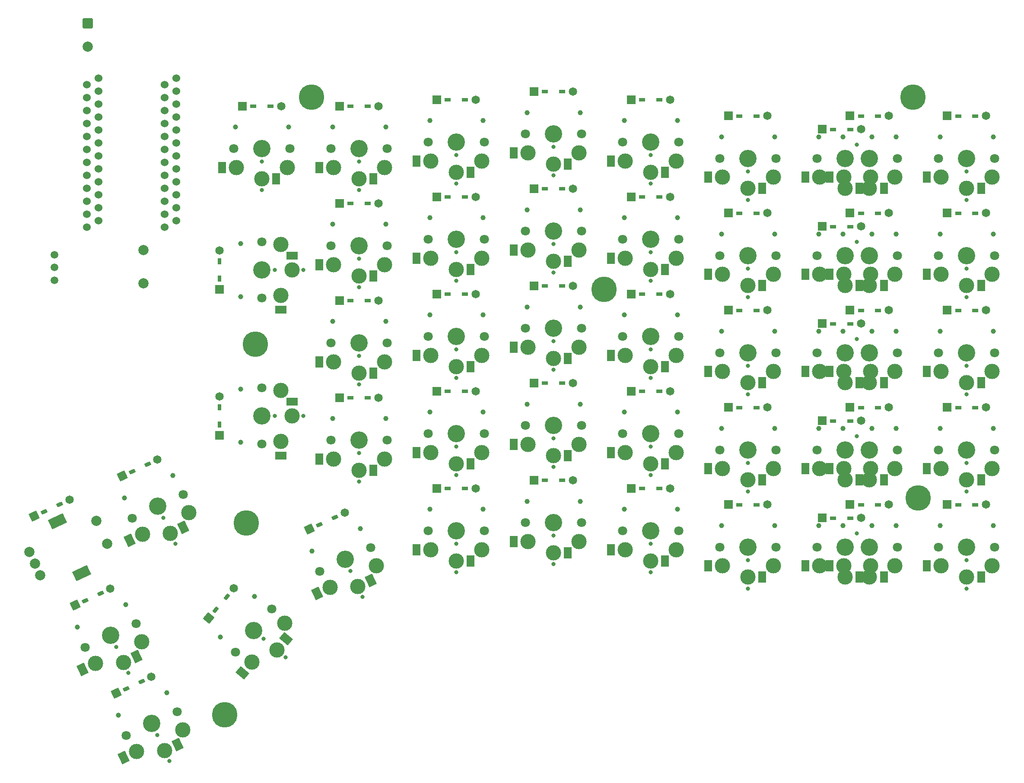
<source format=gbs>
%TF.GenerationSoftware,KiCad,Pcbnew,8.0.3*%
%TF.CreationDate,2024-08-06T23:13:01+08:00*%
%TF.ProjectId,ErgoDOX,4572676f-444f-4582-9e6b-696361645f70,rev?*%
%TF.SameCoordinates,Original*%
%TF.FileFunction,Soldermask,Bot*%
%TF.FilePolarity,Negative*%
%FSLAX46Y46*%
G04 Gerber Fmt 4.6, Leading zero omitted, Abs format (unit mm)*
G04 Created by KiCad (PCBNEW 8.0.3) date 2024-08-06 23:13:01*
%MOMM*%
%LPD*%
G01*
G04 APERTURE LIST*
G04 Aperture macros list*
%AMRoundRect*
0 Rectangle with rounded corners*
0 $1 Rounding radius*
0 $2 $3 $4 $5 $6 $7 $8 $9 X,Y pos of 4 corners*
0 Add a 4 corners polygon primitive as box body*
4,1,4,$2,$3,$4,$5,$6,$7,$8,$9,$2,$3,0*
0 Add four circle primitives for the rounded corners*
1,1,$1+$1,$2,$3*
1,1,$1+$1,$4,$5*
1,1,$1+$1,$6,$7*
1,1,$1+$1,$8,$9*
0 Add four rect primitives between the rounded corners*
20,1,$1+$1,$2,$3,$4,$5,0*
20,1,$1+$1,$4,$5,$6,$7,0*
20,1,$1+$1,$6,$7,$8,$9,0*
20,1,$1+$1,$8,$9,$2,$3,0*%
%AMRotRect*
0 Rectangle, with rotation*
0 The origin of the aperture is its center*
0 $1 length*
0 $2 width*
0 $3 Rotation angle, in degrees counterclockwise*
0 Add horizontal line*
21,1,$1,$2,0,0,$3*%
G04 Aperture macros list end*
%ADD10C,3.000000*%
%ADD11C,1.800000*%
%ADD12C,3.400000*%
%ADD13C,1.000000*%
%ADD14R,1.600000X2.200000*%
%ADD15C,0.800000*%
%ADD16C,1.651000*%
%ADD17RoundRect,0.051100X0.553900X0.313900X-0.553900X0.313900X-0.553900X-0.313900X0.553900X-0.313900X0*%
%ADD18R,1.651000X1.651000*%
%ADD19R,2.200000X1.600000*%
%ADD20RoundRect,0.051100X-0.313900X0.553900X-0.313900X-0.553900X0.313900X-0.553900X0.313900X0.553900X0*%
%ADD21RotRect,1.600000X2.200000X205.000000*%
%ADD22RoundRect,0.051100X0.369344X0.518578X-0.634664X0.050402X-0.369344X-0.518578X0.634664X-0.050402X0*%
%ADD23RotRect,1.651000X1.651000X205.000000*%
%ADD24RotRect,1.600000X2.200000X230.000000*%
%ADD25RoundRect,0.051100X0.115579X0.626083X-0.596501X-0.222541X-0.115579X-0.626083X0.596501X0.222541X0*%
%ADD26RotRect,1.651000X1.651000X230.000000*%
%ADD27C,2.000000*%
%ADD28RotRect,3.200000X2.000000X25.000000*%
%ADD29C,5.000000*%
%ADD30C,1.524000*%
%ADD31RoundRect,0.250000X-0.750000X0.750000X-0.750000X-0.750000X0.750000X-0.750000X0.750000X0.750000X0*%
%ADD32C,1.500000*%
G04 APERTURE END LIST*
D10*
%TO.C,SW1:13*%
X186690500Y-149102660D03*
D11*
X192190500Y-143202660D03*
X196952500Y-143202660D03*
D10*
X191452500Y-149102660D03*
D12*
X191452500Y-143202660D03*
D13*
X186232500Y-139002660D03*
X181470500Y-139002660D03*
D10*
X196452500Y-146902660D03*
D11*
X181190500Y-143202660D03*
D10*
X191690500Y-146902660D03*
D13*
X196672500Y-139002660D03*
X191910500Y-139002660D03*
D10*
X181690500Y-146902660D03*
D11*
X185952500Y-143202660D03*
D10*
X186452500Y-146902660D03*
D12*
X186690500Y-143202660D03*
D14*
X178890500Y-146902660D03*
X183652500Y-146902660D03*
D15*
X188982500Y-140532660D03*
D14*
X194252500Y-149102660D03*
D15*
X189152500Y-149152660D03*
D14*
X189490500Y-149102660D03*
D16*
X189812500Y-137502660D03*
D17*
X193132500Y-134908660D03*
X187682500Y-137539860D03*
D16*
X195262500Y-134871460D03*
D18*
X182192500Y-137502660D03*
D17*
X184322500Y-137539860D03*
D18*
X187642500Y-134871460D03*
D17*
X189772500Y-134908660D03*
%TD*%
D10*
%TO.C,SW1:10*%
X129540000Y-144330000D03*
D11*
X124040000Y-138430000D03*
D12*
X129540000Y-138430000D03*
D11*
X135040000Y-138430000D03*
D10*
X124540000Y-142130000D03*
D13*
X134760000Y-134230000D03*
X124320000Y-134230000D03*
D10*
X134540000Y-142130000D03*
D14*
X121740000Y-142130000D03*
D15*
X129540000Y-140970000D03*
X129540000Y-146558000D03*
D14*
X132340000Y-144330000D03*
D17*
X131220000Y-130136000D03*
D16*
X133350000Y-130098800D03*
D18*
X125730000Y-130098800D03*
D17*
X127860000Y-130136000D03*
%TD*%
D12*
%TO.C,SW1:9*%
X110490000Y-140027660D03*
D11*
X115990000Y-140027660D03*
D13*
X105270000Y-135827660D03*
D10*
X105490000Y-143727660D03*
D11*
X104990000Y-140027660D03*
D13*
X115710000Y-135827660D03*
D10*
X110490000Y-145927660D03*
X115490000Y-143727660D03*
D15*
X110490000Y-142567660D03*
D14*
X102690000Y-143727660D03*
X113290000Y-145927660D03*
D15*
X110490000Y-148155660D03*
D16*
X114300000Y-131696460D03*
D17*
X112170000Y-131733660D03*
D18*
X106680000Y-131696460D03*
D17*
X108810000Y-131733660D03*
%TD*%
D10*
%TO.C,SW2:13*%
X181690500Y-127852660D03*
X196452500Y-127852660D03*
D13*
X191910500Y-119952660D03*
D11*
X196952500Y-124152660D03*
X185952500Y-124152660D03*
D12*
X191452500Y-124152660D03*
D13*
X181470500Y-119952660D03*
D12*
X186690500Y-124152660D03*
D10*
X186690500Y-130052660D03*
D11*
X181190500Y-124152660D03*
D13*
X186232500Y-119952660D03*
D10*
X186452500Y-127852660D03*
D13*
X196672500Y-119952660D03*
D10*
X191452500Y-130052660D03*
D11*
X192190500Y-124152660D03*
D10*
X191690500Y-127852660D03*
D14*
X183652500Y-127852660D03*
X178890500Y-127852660D03*
D15*
X188982500Y-121482660D03*
D14*
X189490500Y-130052660D03*
D15*
X189152500Y-130102660D03*
D14*
X194252500Y-130052660D03*
D17*
X193132500Y-115858660D03*
D16*
X195262500Y-115821460D03*
X189812500Y-118452660D03*
D17*
X187682500Y-118489860D03*
X184322500Y-118489860D03*
D18*
X182192500Y-118452660D03*
D17*
X189772500Y-115858660D03*
D18*
X187642500Y-115821460D03*
%TD*%
D13*
%TO.C,SW2:10*%
X134760000Y-115180000D03*
X124320000Y-115180000D03*
D12*
X129540000Y-119380000D03*
D11*
X124040000Y-119380000D03*
D10*
X124540000Y-123080000D03*
X134540000Y-123080000D03*
D11*
X135040000Y-119380000D03*
D10*
X129540000Y-125280000D03*
D15*
X129540000Y-121920000D03*
D14*
X121740000Y-123080000D03*
D15*
X129540000Y-127508000D03*
D14*
X132340000Y-125280000D03*
D16*
X133350000Y-111048800D03*
D17*
X131220000Y-111086000D03*
X127860000Y-111086000D03*
D18*
X125730000Y-111048800D03*
%TD*%
D11*
%TO.C,SW2:9*%
X104990000Y-120977660D03*
D13*
X105270000Y-116777660D03*
D10*
X115490000Y-124677660D03*
X105490000Y-124677660D03*
D13*
X115710000Y-116777660D03*
D10*
X110490000Y-126877660D03*
D11*
X115990000Y-120977660D03*
D12*
X110490000Y-120977660D03*
D15*
X110490000Y-123517660D03*
D14*
X102690000Y-124677660D03*
X113290000Y-126877660D03*
D15*
X110490000Y-129105660D03*
D17*
X112170000Y-112683660D03*
D16*
X114300000Y-112646460D03*
D17*
X108810000Y-112683660D03*
D18*
X106680000Y-112646460D03*
%TD*%
D13*
%TO.C,SW2:7*%
X68190000Y-112265160D03*
X68190000Y-122705160D03*
D10*
X76090000Y-112485160D03*
X76090000Y-122485160D03*
X78290000Y-117485160D03*
D12*
X72390000Y-117485160D03*
D11*
X72390000Y-111985160D03*
X72390000Y-122985160D03*
D15*
X74930000Y-117485160D03*
D19*
X76090000Y-125285160D03*
X78290000Y-114685160D03*
D15*
X80518000Y-117485160D03*
D16*
X64058800Y-113675160D03*
D20*
X64096000Y-115805160D03*
D18*
X64058800Y-121295160D03*
D20*
X64096000Y-119165160D03*
%TD*%
D10*
%TO.C,SW3:13*%
X191452500Y-111002660D03*
D11*
X196952500Y-105102660D03*
X192190500Y-105102660D03*
X185952500Y-105102660D03*
D10*
X186690500Y-111002660D03*
D12*
X186690500Y-105102660D03*
D13*
X191910500Y-100902660D03*
X181470500Y-100902660D03*
D10*
X191690500Y-108802660D03*
X186452500Y-108802660D03*
D12*
X191452500Y-105102660D03*
D10*
X181690500Y-108802660D03*
D11*
X181190500Y-105102660D03*
D13*
X196672500Y-100902660D03*
D10*
X196452500Y-108802660D03*
D13*
X186232500Y-100902660D03*
D14*
X183652500Y-108802660D03*
X178890500Y-108802660D03*
D15*
X188982500Y-102432660D03*
X189152500Y-111052660D03*
D14*
X189490500Y-111002660D03*
X194252500Y-111002660D03*
D17*
X193132500Y-96808660D03*
D16*
X195262500Y-96771460D03*
D17*
X187682500Y-99439860D03*
D16*
X189812500Y-99402660D03*
D17*
X189772500Y-96808660D03*
D18*
X187642500Y-96771460D03*
D17*
X184322500Y-99439860D03*
D18*
X182192500Y-99402660D03*
%TD*%
D10*
%TO.C,SW3:11*%
X148590000Y-107827660D03*
D11*
X143090000Y-101927660D03*
D10*
X143590000Y-105627660D03*
D13*
X143370000Y-97727660D03*
D11*
X154090000Y-101927660D03*
D13*
X153810000Y-97727660D03*
D10*
X153590000Y-105627660D03*
D12*
X148590000Y-101927660D03*
D14*
X140790000Y-105627660D03*
D15*
X148590000Y-104467660D03*
X148590000Y-110055660D03*
D14*
X151390000Y-107827660D03*
D17*
X150270000Y-93633660D03*
D16*
X152400000Y-93596460D03*
D17*
X146910000Y-93633660D03*
D18*
X144780000Y-93596460D03*
%TD*%
D11*
%TO.C,SW3:10*%
X124040000Y-100330000D03*
D10*
X134540000Y-104030000D03*
D12*
X129540000Y-100330000D03*
D13*
X124320000Y-96130000D03*
D10*
X129540000Y-106230000D03*
D11*
X135040000Y-100330000D03*
D10*
X124540000Y-104030000D03*
D13*
X134760000Y-96130000D03*
D15*
X129540000Y-102870000D03*
D14*
X121740000Y-104030000D03*
X132340000Y-106230000D03*
D15*
X129540000Y-108458000D03*
D17*
X131220000Y-92036000D03*
D16*
X133350000Y-91998800D03*
D18*
X125730000Y-91998800D03*
D17*
X127860000Y-92036000D03*
%TD*%
D10*
%TO.C,SW3:9*%
X110490000Y-107827660D03*
X105490000Y-105627660D03*
D13*
X115710000Y-97727660D03*
D11*
X115990000Y-101927660D03*
D13*
X105270000Y-97727660D03*
D12*
X110490000Y-101927660D03*
D10*
X115490000Y-105627660D03*
D11*
X104990000Y-101927660D03*
D15*
X110490000Y-104467660D03*
D14*
X102690000Y-105627660D03*
D15*
X110490000Y-110055660D03*
D14*
X113290000Y-107827660D03*
D16*
X114300000Y-93596460D03*
D17*
X112170000Y-93633660D03*
X108810000Y-93633660D03*
D18*
X106680000Y-93596460D03*
%TD*%
D10*
%TO.C,SW3:8*%
X91440000Y-109097660D03*
D11*
X96940000Y-103197660D03*
D10*
X86440000Y-106897660D03*
D13*
X96660000Y-98997660D03*
D11*
X85940000Y-103197660D03*
D10*
X96440000Y-106897660D03*
D13*
X86220000Y-98997660D03*
D12*
X91440000Y-103197660D03*
D14*
X83640000Y-106897660D03*
D15*
X91440000Y-105737660D03*
D14*
X94240000Y-109097660D03*
D15*
X91440000Y-111325660D03*
D16*
X95250000Y-94866460D03*
D17*
X93120000Y-94903660D03*
X89760000Y-94903660D03*
D18*
X87630000Y-94866460D03*
%TD*%
D11*
%TO.C,SW4:13*%
X196952500Y-86052660D03*
D13*
X186232500Y-81852660D03*
D10*
X191452500Y-91952660D03*
X196452500Y-89752660D03*
D13*
X191910500Y-81852660D03*
D10*
X186452500Y-89752660D03*
D13*
X181470500Y-81852660D03*
D10*
X186690500Y-91952660D03*
D11*
X185952500Y-86052660D03*
D10*
X181690500Y-89752660D03*
D13*
X196672500Y-81852660D03*
D10*
X191690500Y-89752660D03*
D11*
X181190500Y-86052660D03*
D12*
X191452500Y-86052660D03*
D11*
X192190500Y-86052660D03*
D12*
X186690500Y-86052660D03*
D15*
X188982500Y-83382660D03*
D14*
X183652500Y-89752660D03*
X178890500Y-89752660D03*
X194252500Y-91952660D03*
X189490500Y-91952660D03*
D15*
X189152500Y-92002660D03*
D16*
X189812500Y-80352660D03*
X195262500Y-77721460D03*
D17*
X187682500Y-80389860D03*
X193132500Y-77758660D03*
D18*
X187642500Y-77721460D03*
X182192500Y-80352660D03*
D17*
X184322500Y-80389860D03*
X189772500Y-77758660D03*
%TD*%
D13*
%TO.C,SW4:12*%
X162420000Y-81852660D03*
X172860000Y-81852660D03*
D12*
X167640000Y-86052660D03*
D10*
X167640000Y-91952660D03*
X172640000Y-89752660D03*
D11*
X173140000Y-86052660D03*
X162140000Y-86052660D03*
D10*
X162640000Y-89752660D03*
D14*
X159840000Y-89752660D03*
D15*
X167640000Y-88592660D03*
D14*
X170440000Y-91952660D03*
D15*
X167640000Y-94180660D03*
D17*
X169320000Y-77758660D03*
D16*
X171450000Y-77721460D03*
D18*
X163830000Y-77721460D03*
D17*
X165960000Y-77758660D03*
%TD*%
D10*
%TO.C,SW4:11*%
X143590000Y-86577660D03*
D13*
X153810000Y-78677660D03*
D10*
X153590000Y-86577660D03*
D11*
X154090000Y-82877660D03*
D10*
X148590000Y-88777660D03*
D13*
X143370000Y-78677660D03*
D11*
X143090000Y-82877660D03*
D12*
X148590000Y-82877660D03*
D14*
X140790000Y-86577660D03*
D15*
X148590000Y-85417660D03*
X148590000Y-91005660D03*
D14*
X151390000Y-88777660D03*
D17*
X150270000Y-74583660D03*
D16*
X152400000Y-74546460D03*
D18*
X144780000Y-74546460D03*
D17*
X146910000Y-74583660D03*
%TD*%
D10*
%TO.C,SW4:10*%
X129540000Y-87180000D03*
D11*
X124040000Y-81280000D03*
D12*
X129540000Y-81280000D03*
D11*
X135040000Y-81280000D03*
D13*
X134760000Y-77080000D03*
D10*
X124540000Y-84980000D03*
X134540000Y-84980000D03*
D13*
X124320000Y-77080000D03*
D15*
X129540000Y-83820000D03*
D14*
X121740000Y-84980000D03*
D15*
X129540000Y-89408000D03*
D14*
X132340000Y-87180000D03*
D17*
X131220000Y-72986000D03*
D16*
X133350000Y-72948800D03*
D17*
X127860000Y-72986000D03*
D18*
X125730000Y-72948800D03*
%TD*%
D13*
%TO.C,SW4:9*%
X105270000Y-78677660D03*
D11*
X104990000Y-82877660D03*
D13*
X115710000Y-78677660D03*
D11*
X115990000Y-82877660D03*
D10*
X115490000Y-86577660D03*
D12*
X110490000Y-82877660D03*
D10*
X110490000Y-88777660D03*
X105490000Y-86577660D03*
D15*
X110490000Y-85417660D03*
D14*
X102690000Y-86577660D03*
D15*
X110490000Y-91005660D03*
D14*
X113290000Y-88777660D03*
D17*
X112170000Y-74583660D03*
D16*
X114300000Y-74546460D03*
D17*
X108810000Y-74583660D03*
D18*
X106680000Y-74546460D03*
%TD*%
D13*
%TO.C,SW4:8*%
X96660000Y-79947660D03*
D10*
X86440000Y-87847660D03*
D11*
X85940000Y-84147660D03*
D13*
X86220000Y-79947660D03*
D10*
X91440000Y-90047660D03*
D11*
X96940000Y-84147660D03*
D10*
X96440000Y-87847660D03*
D12*
X91440000Y-84147660D03*
D14*
X83640000Y-87847660D03*
D15*
X91440000Y-86687660D03*
X91440000Y-92275660D03*
D14*
X94240000Y-90047660D03*
D17*
X93120000Y-75853660D03*
D16*
X95250000Y-75816460D03*
D17*
X89760000Y-75853660D03*
D18*
X87630000Y-75816460D03*
%TD*%
D11*
%TO.C,SW4:7*%
X72390000Y-94410160D03*
D13*
X68190000Y-83690160D03*
D10*
X76090000Y-93910160D03*
X78290000Y-88910160D03*
D12*
X72390000Y-88910160D03*
D11*
X72390000Y-83410160D03*
D13*
X68190000Y-94130160D03*
D10*
X76090000Y-83910160D03*
D15*
X74930000Y-88910160D03*
D19*
X76090000Y-96710160D03*
D15*
X80518000Y-88910160D03*
D19*
X78290000Y-86110160D03*
D16*
X64058800Y-85100160D03*
D20*
X64096000Y-87230160D03*
X64096000Y-90590160D03*
D18*
X64058800Y-92720160D03*
%TD*%
D12*
%TO.C,SW0:10*%
X88691000Y-145628000D03*
D13*
X82185077Y-144027575D03*
D10*
X94786227Y-146868248D03*
X85723149Y-151094430D03*
X91184448Y-150975216D03*
D11*
X83706307Y-147952400D03*
D13*
X91646930Y-139615440D03*
D11*
X93675693Y-143303600D03*
D21*
X83185487Y-152277761D03*
D15*
X89764450Y-147930022D03*
D21*
X93722110Y-149791885D03*
D15*
X92126041Y-152994470D03*
D22*
X86708401Y-137401085D03*
D16*
X88623115Y-136467193D03*
D23*
X81717050Y-139687544D03*
D22*
X83663207Y-138821082D03*
%TD*%
D10*
%TO.C,SW0:12*%
X47832149Y-183266430D03*
X56895227Y-179040248D03*
D13*
X53755930Y-171787440D03*
D12*
X50800000Y-177800000D03*
D13*
X44294077Y-176199575D03*
D11*
X55784693Y-175475600D03*
D10*
X53293448Y-183147216D03*
D11*
X45815307Y-180124400D03*
D21*
X45294487Y-184449761D03*
D15*
X51873450Y-180102022D03*
X54235041Y-185166470D03*
D21*
X55831110Y-181963885D03*
D22*
X48817401Y-169573085D03*
D16*
X50732115Y-168639193D03*
D23*
X43826050Y-171859544D03*
D22*
X45772207Y-170993082D03*
%TD*%
D10*
%TO.C,SW0:11*%
X76828302Y-158113092D03*
X70400426Y-165773536D03*
D11*
X67244668Y-163778244D03*
D10*
X75299662Y-163357447D03*
D12*
X70780000Y-159565000D03*
D11*
X74315332Y-155351756D03*
D13*
X64207262Y-160864044D03*
X70917965Y-152866540D03*
D24*
X68600621Y-167918461D03*
D15*
X72725753Y-161197681D03*
D24*
X77099468Y-161212522D03*
D15*
X77006409Y-164789578D03*
D16*
X66846951Y-151291179D03*
D25*
X65506311Y-152946765D03*
D26*
X61948910Y-157128437D03*
D25*
X63346544Y-155520674D03*
%TD*%
D10*
%TO.C,SW0:9*%
X45241648Y-165880296D03*
D11*
X37763507Y-162857480D03*
D10*
X39780349Y-165999510D03*
X48843427Y-161773328D03*
D13*
X45704130Y-154520520D03*
X36242277Y-158932655D03*
D12*
X42748200Y-160533080D03*
D11*
X47732893Y-158208680D03*
D15*
X43821650Y-162835102D03*
D21*
X37242687Y-167182841D03*
X47779310Y-164696965D03*
D15*
X46183241Y-167899550D03*
D22*
X40765601Y-152306165D03*
D16*
X42680315Y-151372273D03*
D22*
X37720407Y-153726162D03*
D23*
X35774250Y-154592624D03*
%TD*%
D27*
%TO.C,SW0:7*%
X26845086Y-144172567D03*
X28958177Y-148704106D03*
X27901632Y-146438337D03*
D28*
X32332278Y-138193376D03*
X37065602Y-148344024D03*
D27*
X42099640Y-142576142D03*
X39986549Y-138044603D03*
%TD*%
D13*
%TO.C,SW1:11*%
X153810000Y-135827660D03*
D10*
X143590000Y-143727660D03*
X153590000Y-143727660D03*
D12*
X148590000Y-140027660D03*
D13*
X143370000Y-135827660D03*
D11*
X143090000Y-140027660D03*
X154090000Y-140027660D03*
D10*
X148590000Y-145927660D03*
D14*
X140790000Y-143727660D03*
D15*
X148590000Y-142567660D03*
D14*
X151390000Y-145927660D03*
D15*
X148590000Y-148155660D03*
D16*
X152400000Y-131696460D03*
D17*
X150270000Y-131733660D03*
D18*
X144780000Y-131696460D03*
D17*
X146910000Y-131733660D03*
%TD*%
D11*
%TO.C,SW0:8*%
X46978627Y-137543840D03*
D13*
X45457397Y-133619015D03*
D10*
X58058547Y-136459688D03*
D12*
X51963320Y-135219440D03*
D10*
X54456768Y-140566656D03*
X48995469Y-140685870D03*
D13*
X54919250Y-129206880D03*
D11*
X56948013Y-132895040D03*
D21*
X46457807Y-141869201D03*
D15*
X53036770Y-137521462D03*
D21*
X56994430Y-139383325D03*
D15*
X55398361Y-142585910D03*
D22*
X49980721Y-126992525D03*
D16*
X51895435Y-126058633D03*
D22*
X46935527Y-128412522D03*
D23*
X44989370Y-129278984D03*
%TD*%
D10*
%TO.C,SW5:13*%
X181690500Y-70705200D03*
D11*
X185952500Y-67005200D03*
X196952500Y-67005200D03*
D13*
X181470500Y-62805200D03*
D12*
X191452500Y-67005200D03*
D11*
X181190500Y-67005200D03*
D13*
X196672500Y-62805200D03*
D12*
X186690500Y-67005200D03*
D13*
X186232500Y-62805200D03*
X191910500Y-62805200D03*
D11*
X192190500Y-67005200D03*
D10*
X191690500Y-70705200D03*
X191452500Y-72905200D03*
X186452500Y-70705200D03*
X196452500Y-70705200D03*
X186690500Y-72905200D03*
D14*
X183652500Y-70705200D03*
D15*
X188982500Y-64335200D03*
D14*
X178890500Y-70705200D03*
X194252500Y-72905200D03*
D15*
X189152500Y-72955200D03*
D14*
X189490500Y-72905200D03*
D16*
X195262500Y-58674000D03*
X189812500Y-61305200D03*
D17*
X193132500Y-58711200D03*
X187682500Y-61342400D03*
X184322500Y-61342400D03*
D18*
X187642500Y-58674000D03*
X182192500Y-61305200D03*
D17*
X189772500Y-58711200D03*
%TD*%
D10*
%TO.C,SW5:9*%
X105490000Y-67527660D03*
D11*
X104990000Y-63827660D03*
D13*
X115710000Y-59627660D03*
D12*
X110490000Y-63827660D03*
D13*
X105270000Y-59627660D03*
D10*
X115490000Y-67527660D03*
D11*
X115990000Y-63827660D03*
D10*
X110490000Y-69727660D03*
D15*
X110490000Y-66367660D03*
D14*
X102690000Y-67527660D03*
D15*
X110490000Y-71955660D03*
D14*
X113290000Y-69727660D03*
D17*
X112170000Y-55533660D03*
D16*
X114300000Y-55496460D03*
D17*
X108810000Y-55533660D03*
D18*
X106680000Y-55496460D03*
%TD*%
D13*
%TO.C,SW5:10*%
X134760000Y-58030000D03*
D12*
X129540000Y-62230000D03*
D13*
X124320000Y-58030000D03*
D10*
X124540000Y-65930000D03*
D11*
X135040000Y-62230000D03*
D10*
X134540000Y-65930000D03*
D11*
X124040000Y-62230000D03*
D10*
X129540000Y-68130000D03*
D15*
X129540000Y-64770000D03*
D14*
X121740000Y-65930000D03*
X132340000Y-68130000D03*
D15*
X129540000Y-70358000D03*
D16*
X133350000Y-53898800D03*
D17*
X131220000Y-53936000D03*
D18*
X125730000Y-53898800D03*
D17*
X127860000Y-53936000D03*
%TD*%
D13*
%TO.C,SW5:11*%
X143370000Y-59627660D03*
D10*
X148590000Y-69727660D03*
D11*
X154090000Y-63827660D03*
D12*
X148590000Y-63827660D03*
D11*
X143090000Y-63827660D03*
D13*
X153810000Y-59627660D03*
D10*
X143590000Y-67527660D03*
X153590000Y-67527660D03*
D15*
X148590000Y-66367660D03*
D14*
X140790000Y-67527660D03*
D15*
X148590000Y-71955660D03*
D14*
X151390000Y-69727660D03*
D17*
X150270000Y-55533660D03*
D16*
X152400000Y-55496460D03*
D17*
X146910000Y-55533660D03*
D18*
X144780000Y-55496460D03*
%TD*%
D11*
%TO.C,SW5:12*%
X162140000Y-67005200D03*
D13*
X162420000Y-62805200D03*
D10*
X172640000Y-70705200D03*
D12*
X167640000Y-67005200D03*
D10*
X167640000Y-72905200D03*
D13*
X172860000Y-62805200D03*
D11*
X173140000Y-67005200D03*
D10*
X162640000Y-70705200D03*
D14*
X159840000Y-70705200D03*
D15*
X167640000Y-69545200D03*
D14*
X170440000Y-72905200D03*
D15*
X167640000Y-75133200D03*
D16*
X171450000Y-58674000D03*
D17*
X169320000Y-58711200D03*
X165960000Y-58711200D03*
D18*
X163830000Y-58674000D03*
%TD*%
D11*
%TO.C,SW5:8*%
X96940000Y-65100200D03*
D12*
X91440000Y-65100200D03*
D11*
X85940000Y-65100200D03*
D10*
X96440000Y-68800200D03*
D13*
X96660000Y-60900200D03*
D10*
X86440000Y-68800200D03*
X91440000Y-71000200D03*
D13*
X86220000Y-60900200D03*
D14*
X83640000Y-68800200D03*
D15*
X91440000Y-67640200D03*
D14*
X94240000Y-71000200D03*
D15*
X91440000Y-73228200D03*
D16*
X95250000Y-56769000D03*
D17*
X93120000Y-56806200D03*
D18*
X87630000Y-56769000D03*
D17*
X89760000Y-56806200D03*
%TD*%
D10*
%TO.C,SW5:7*%
X72390000Y-71000200D03*
X77390000Y-68800200D03*
D11*
X77890000Y-65100200D03*
D10*
X67390000Y-68800200D03*
D13*
X67170000Y-60900200D03*
X77610000Y-60900200D03*
D12*
X72390000Y-65100200D03*
D11*
X66890000Y-65100200D03*
D14*
X64590000Y-68800200D03*
D15*
X72390000Y-67640200D03*
D14*
X75190000Y-71000200D03*
D15*
X72390000Y-73228200D03*
D16*
X76200000Y-56769000D03*
D17*
X74070000Y-56806200D03*
X70710000Y-56806200D03*
D18*
X68580000Y-56769000D03*
%TD*%
D12*
%TO.C,SW2:11*%
X148590000Y-120977660D03*
D10*
X143590000Y-124677660D03*
D13*
X143370000Y-116777660D03*
D10*
X148590000Y-126877660D03*
X153590000Y-124677660D03*
D13*
X153810000Y-116777660D03*
D11*
X143090000Y-120977660D03*
X154090000Y-120977660D03*
D15*
X148590000Y-123517660D03*
D14*
X140790000Y-124677660D03*
X151390000Y-126877660D03*
D15*
X148590000Y-129105660D03*
D17*
X150270000Y-112683660D03*
D16*
X152400000Y-112646460D03*
D18*
X144780000Y-112646460D03*
D17*
X146910000Y-112683660D03*
%TD*%
D10*
%TO.C,SW2:8*%
X86440000Y-125947660D03*
D12*
X91440000Y-122247660D03*
D11*
X96940000Y-122247660D03*
D13*
X96660000Y-118047660D03*
X86220000Y-118047660D03*
D10*
X96440000Y-125947660D03*
X91440000Y-128147660D03*
D11*
X85940000Y-122247660D03*
D15*
X91440000Y-124787660D03*
D14*
X83640000Y-125947660D03*
X94240000Y-128147660D03*
D15*
X91440000Y-130375660D03*
D16*
X95250000Y-113916460D03*
D17*
X93120000Y-113953660D03*
X89760000Y-113953660D03*
D18*
X87630000Y-113916460D03*
%TD*%
D10*
%TO.C,SW3:12*%
X167640000Y-111002660D03*
D11*
X162140000Y-105102660D03*
D10*
X162640000Y-108802660D03*
D13*
X172860000Y-100902660D03*
D11*
X173140000Y-105102660D03*
D10*
X172640000Y-108802660D03*
D12*
X167640000Y-105102660D03*
D13*
X162420000Y-100902660D03*
D14*
X159840000Y-108802660D03*
D15*
X167640000Y-107642660D03*
D14*
X170440000Y-111002660D03*
D15*
X167640000Y-113230660D03*
D16*
X171450000Y-96771460D03*
D17*
X169320000Y-96808660D03*
D18*
X163830000Y-96771460D03*
D17*
X165960000Y-96808660D03*
%TD*%
D10*
%TO.C,SW2:12*%
X172640000Y-127852660D03*
D13*
X162420000Y-119952660D03*
D12*
X167640000Y-124152660D03*
D11*
X162140000Y-124152660D03*
D13*
X172860000Y-119952660D03*
D10*
X162640000Y-127852660D03*
X167640000Y-130052660D03*
D11*
X173140000Y-124152660D03*
D15*
X167640000Y-126692660D03*
D14*
X159840000Y-127852660D03*
D15*
X167640000Y-132280660D03*
D14*
X170440000Y-130052660D03*
D17*
X169320000Y-115858660D03*
D16*
X171450000Y-115821460D03*
D18*
X163830000Y-115821460D03*
D17*
X165960000Y-115858660D03*
%TD*%
D13*
%TO.C,SW1:12*%
X172860000Y-139002660D03*
D12*
X167640000Y-143202660D03*
D13*
X162420000Y-139002660D03*
D10*
X162640000Y-146902660D03*
D11*
X173140000Y-143202660D03*
D10*
X172640000Y-146902660D03*
X167640000Y-149102660D03*
D11*
X162140000Y-143202660D03*
D14*
X159840000Y-146902660D03*
D15*
X167640000Y-145742660D03*
D14*
X170440000Y-149102660D03*
D15*
X167640000Y-151330660D03*
D17*
X169320000Y-134908660D03*
D16*
X171450000Y-134871460D03*
D18*
X163830000Y-134871460D03*
D17*
X165960000Y-134908660D03*
%TD*%
D29*
%TO.C,*%
X139471400Y-92684600D03*
%TD*%
D30*
%TO.C,U1*%
X40372900Y-51297000D03*
X53286500Y-52567000D03*
X40372900Y-53837000D03*
X53286500Y-55107000D03*
X53286500Y-57647000D03*
X40372900Y-56377000D03*
X40372900Y-58917000D03*
X53286500Y-60187000D03*
X40372900Y-61457000D03*
X53286500Y-62727000D03*
X40372900Y-63997000D03*
X53286500Y-65267000D03*
X40372900Y-66537000D03*
X53286500Y-67807000D03*
X40372900Y-69077000D03*
X53286500Y-70347000D03*
X53286500Y-72887000D03*
X40372900Y-71617000D03*
X53286500Y-75427000D03*
X40372900Y-74157000D03*
X40372900Y-76697000D03*
X53286500Y-77967000D03*
X53286500Y-80507000D03*
X40372900Y-79237000D03*
X38046500Y-80507000D03*
X55592900Y-79237000D03*
X55592900Y-76697000D03*
X38046500Y-77967000D03*
X38046500Y-75427000D03*
X55592900Y-74157000D03*
X55592900Y-71617000D03*
X38046500Y-72887000D03*
X55592900Y-69077000D03*
X38046500Y-70347000D03*
X55592900Y-66537000D03*
X38046500Y-67807000D03*
X55592900Y-63997000D03*
X38046500Y-65267000D03*
X55592900Y-61457000D03*
X38046500Y-62727000D03*
X38046500Y-60187000D03*
X55592900Y-58917000D03*
X38046500Y-57647000D03*
X55592900Y-56377000D03*
X55592900Y-53837000D03*
X38046500Y-55107000D03*
X38046500Y-52567000D03*
X55592900Y-51297000D03*
%TD*%
D23*
%TO.C,*%
X27774649Y-137160459D03*
%TD*%
D11*
%TO.C,SW11*%
X205002400Y-124150850D03*
D10*
X205502400Y-127850850D03*
D12*
X210502400Y-124150850D03*
D10*
X215502400Y-127850850D03*
X210502400Y-130050850D03*
D13*
X205282400Y-119950850D03*
X215722400Y-119950850D03*
D11*
X216002400Y-124150850D03*
D14*
X202702400Y-127850850D03*
D15*
X210502400Y-126690850D03*
D14*
X213302400Y-130050850D03*
D15*
X210502400Y-132278850D03*
D17*
X212182400Y-115856850D03*
D16*
X214312400Y-115819650D03*
D17*
X208822400Y-115856850D03*
D18*
X206692400Y-115819650D03*
%TD*%
D29*
%TO.C,*%
X65074800Y-176098200D03*
%TD*%
D22*
%TO.C,*%
X29720806Y-136293997D03*
%TD*%
D13*
%TO.C,SW11*%
X205282400Y-81855200D03*
D10*
X215502400Y-89755200D03*
D11*
X216002400Y-86055200D03*
D10*
X210502400Y-91955200D03*
D12*
X210502400Y-86055200D03*
D13*
X215722400Y-81855200D03*
D10*
X205502400Y-89755200D03*
D11*
X205002400Y-86055200D03*
D15*
X210502400Y-88595200D03*
D14*
X202702400Y-89755200D03*
X213302400Y-91955200D03*
D15*
X210502400Y-94183200D03*
D17*
X212182400Y-77761200D03*
D16*
X214312400Y-77724000D03*
D17*
X208822400Y-77761200D03*
D18*
X206692400Y-77724000D03*
%TD*%
D29*
%TO.C,*%
X82150000Y-55000000D03*
%TD*%
D31*
%TO.C,BATTERY*%
X38280000Y-40570000D03*
D27*
X38280000Y-45070000D03*
%TD*%
D29*
%TO.C,*%
X71110000Y-103420000D03*
%TD*%
%TO.C,*%
X200990000Y-133590000D03*
%TD*%
D22*
%TO.C,*%
X32766000Y-134874000D03*
%TD*%
D10*
%TO.C,SW11*%
X210502400Y-72905200D03*
D11*
X205002400Y-67005200D03*
D13*
X205282400Y-62805200D03*
D10*
X215502400Y-70705200D03*
D13*
X215722400Y-62805200D03*
D11*
X216002400Y-67005200D03*
D10*
X205502400Y-70705200D03*
D12*
X210502400Y-67005200D03*
D15*
X210502400Y-69545200D03*
D14*
X202702400Y-70705200D03*
D15*
X210502400Y-75133200D03*
D14*
X213302400Y-72905200D03*
D17*
X212182400Y-58711200D03*
D16*
X214312400Y-58674000D03*
D17*
X208822400Y-58711200D03*
D18*
X206692400Y-58674000D03*
%TD*%
D12*
%TO.C,SW11*%
X210502400Y-143210850D03*
D13*
X215722400Y-139010850D03*
D11*
X205002400Y-143210850D03*
X216002400Y-143210850D03*
D10*
X215502400Y-146910850D03*
X205502400Y-146910850D03*
X210502400Y-149110850D03*
D13*
X205282400Y-139010850D03*
D15*
X210502400Y-145750850D03*
D14*
X202702400Y-146910850D03*
D15*
X210502400Y-151338850D03*
D14*
X213302400Y-149110850D03*
D17*
X212182400Y-134916850D03*
D16*
X214312400Y-134879650D03*
D17*
X208822400Y-134916850D03*
D18*
X206692400Y-134879650D03*
%TD*%
D16*
%TO.C,*%
X34680714Y-133940108D03*
%TD*%
D32*
%TO.C,BSW1*%
X31762000Y-90897000D03*
X31762000Y-88397000D03*
X31762000Y-85897000D03*
%TD*%
D11*
%TO.C,SW11*%
X205002400Y-105100850D03*
D12*
X210502400Y-105100850D03*
D11*
X216002400Y-105100850D03*
D13*
X205282400Y-100900850D03*
D10*
X210502400Y-111000850D03*
D13*
X215722400Y-100900850D03*
D10*
X215502400Y-108800850D03*
X205502400Y-108800850D03*
D15*
X210502400Y-107640850D03*
D14*
X202702400Y-108800850D03*
D15*
X210502400Y-113228850D03*
D14*
X213302400Y-111000850D03*
D16*
X214312400Y-96769650D03*
D17*
X212182400Y-96806850D03*
D18*
X206692400Y-96769650D03*
D17*
X208822400Y-96806850D03*
%TD*%
D29*
%TO.C,*%
X200000000Y-55000000D03*
%TD*%
D27*
%TO.C,RSW1*%
X49174400Y-85015000D03*
X49174400Y-91515000D03*
%TD*%
D29*
%TO.C,*%
X69290000Y-138460000D03*
%TD*%
M02*

</source>
